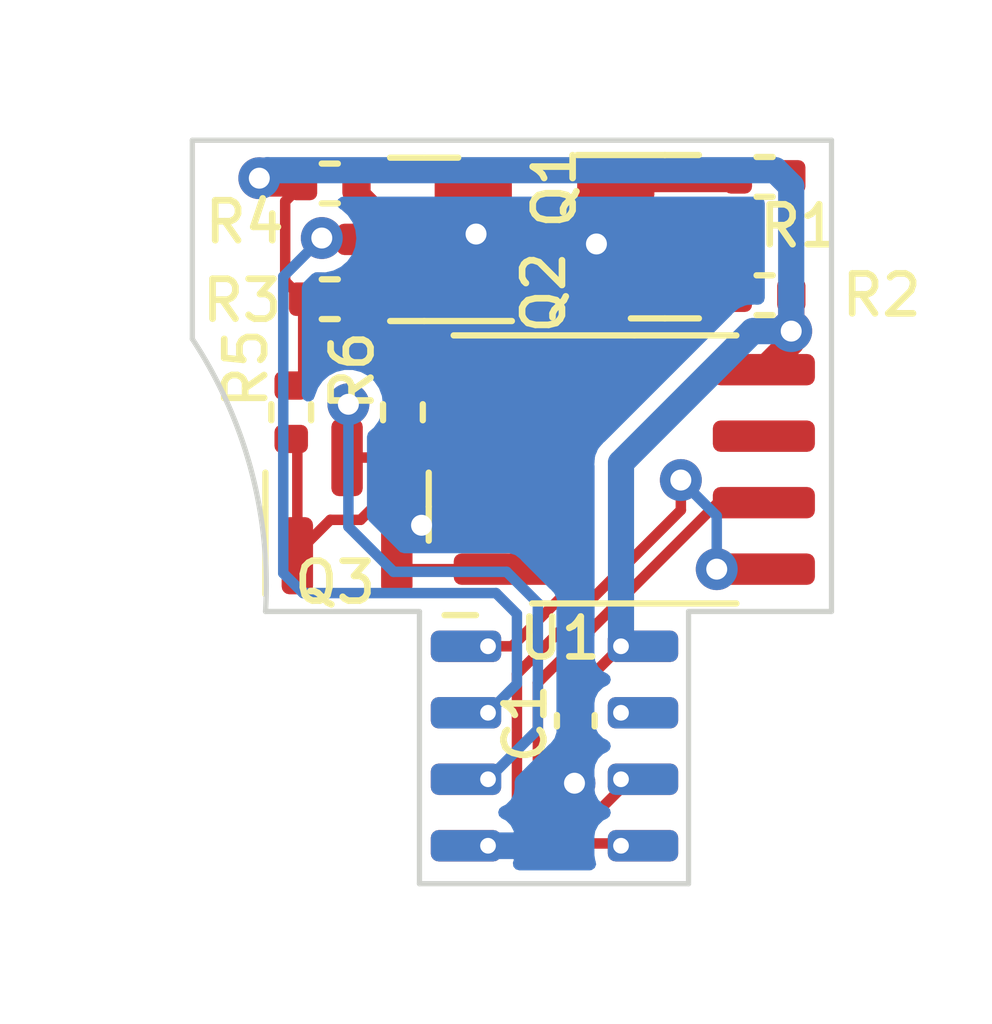
<source format=kicad_pcb>
(kicad_pcb (version 20210623) (generator pcbnew)
  (layers (0 "F.Cu" signal) (31 "B.Cu" signal) (34 "B.Paste" user) (35 "F.Paste" user) (36 "B.SilkS" user "B.Silkscreen") (37 "F.SilkS" user "F.Silkscreen") (38 "B.Mask" user) (39 "F.Mask" user) (44 "Edge.Cuts" user))
  (net 0 "")
  (net 1 "VCC")
  (net 2 "GND")
  (net 4 "OUTR")
  (net 5 "OUTG")
  (net 6 "OUTB")
  (net 7 "DO")
  (net 8 "DIN")
  (net 10 "/WS_OUTR")
  (net 11 "/WS_OUTG")
  (net 12 "/WS_OUTB")
  (footprint "Resistor_SMD:R_0402_1005Metric" (layer "F.Cu") (at 142.9766 93.4974)
    (fp_text reference "R4" (at -1.6256 0.7366) (layer "F.SilkS") (effects (font (size 0.762 0.762) (thickness 0.127))))
    (fp_text value "R")
    (fp_line (start -0.153641 0.38) (end 0.153641 0.38) (layer "F.SilkS") (width 0.12))
    (fp_line (start -0.153641 -0.38) (end 0.153641 -0.38) (layer "F.SilkS") (width 0.12))
    (pad "1" smd roundrect locked (at -0.51 0) (size 0.54 0.64) (layers "F.Cu" "F.Paste" "F.Mask") (net 1 "VCC"))
    (pad "2" smd roundrect locked (at 0.51 0) (size 0.54 0.64) (layers "F.Cu" "F.Paste" "F.Mask") (net 5 "OUTG"))
  )
  (footprint "Capacitor_SMD:C_0402_1005Metric" (layer "F.Cu") (at 147.6756 103.759 -90)
    (fp_text reference "C1" (at 0.0508 0.9652 90) (layer "F.SilkS") (effects (font (size 0.762 0.762) (thickness 0.127))))
    (fp_text value "100n")
    (fp_line (start -0.107836 -0.36) (end 0.107836 -0.36) (layer "F.SilkS") (width 0.12))
    (fp_line (start -0.107836 0.36) (end 0.107836 0.36) (layer "F.SilkS") (width 0.12))
    (pad "1" smd roundrect locked (at -0.48 0 270) (size 0.56 0.62) (layers "F.Cu" "F.Paste" "F.Mask") (net 1 "VCC"))
    (pad "2" smd roundrect locked (at 0.48 0 270) (size 0.56 0.62) (layers "F.Cu" "F.Paste" "F.Mask") (net 2 "GND"))
  )
  (footprint "Package_TO_SOT_SMD:SOT-23" (layer "F.Cu") (at 143.3068 99.6696 90)
    (fp_text reference "Q3" (at -1.4478 -0.2286 180) (layer "F.SilkS") (effects (font (size 0.762 0.762) (thickness 0.127))))
    (fp_text value "Q_NPN_BEC")
    (fp_line (start 0 1.56) (end -0.65 1.56) (layer "F.SilkS") (width 0.12))
    (fp_line (start 0 -1.56) (end -1.675 -1.56) (layer "F.SilkS") (width 0.12))
    (fp_line (start 0 -1.56) (end 0.65 -1.56) (layer "F.SilkS") (width 0.12))
    (fp_line (start 0 1.56) (end 0.65 1.56) (layer "F.SilkS") (width 0.12))
    (pad "1" smd roundrect locked (at -0.9375 -0.95 90) (size 1.475 0.6) (layers "F.Cu" "F.Paste" "F.Mask") (net 12 "/WS_OUTB"))
    (pad "2" smd roundrect locked (at -0.9375 0.95 90) (size 1.475 0.6) (layers "F.Cu" "F.Paste" "F.Mask") (net 2 "GND"))
    (pad "3" smd roundrect locked (at 0.9375 0 90) (size 1.475 0.6) (layers "F.Cu" "F.Paste" "F.Mask") (net 6 "OUTB"))
  )
  (footprint "Package_SO:SOIC-8_3.9x4.9mm_P1.27mm" (layer "F.Cu") (at 148.7932 98.9584)
    (fp_text reference "U1" (at -1.4224 3.2258) (layer "F.SilkS") (effects (font (size 0.762 0.762) (thickness 0.127))))
    (fp_text value "WS2811")
    (fp_line (start 0 2.56) (end -1.95 2.56) (layer "F.SilkS") (width 0.12))
    (fp_line (start 0 -2.56) (end -3.45 -2.56) (layer "F.SilkS") (width 0.12))
    (fp_line (start 0 -2.56) (end 1.95 -2.56) (layer "F.SilkS") (width 0.12))
    (fp_line (start 0 2.56) (end 1.95 2.56) (layer "F.SilkS") (width 0.12))
    (pad "1" smd roundrect locked (at -2.475 -1.905) (size 1.95 0.6) (layers "F.Cu" "F.Paste" "F.Mask") (net 10 "/WS_OUTR"))
    (pad "2" smd roundrect locked (at -2.475 -0.635) (size 1.95 0.6) (layers "F.Cu" "F.Paste" "F.Mask") (net 11 "/WS_OUTG"))
    (pad "3" smd roundrect locked (at -2.475 0.635) (size 1.95 0.6) (layers "F.Cu" "F.Paste" "F.Mask") (net 12 "/WS_OUTB"))
    (pad "4" smd roundrect locked (at -2.475 1.905) (size 1.95 0.6) (layers "F.Cu" "F.Paste" "F.Mask") (net 2 "GND"))
    (pad "5" smd roundrect locked (at 2.475 1.905) (size 1.95 0.6) (layers "F.Cu" "F.Paste" "F.Mask") (net 7 "DO"))
    (pad "6" smd roundrect locked (at 2.475 0.635) (size 1.95 0.6) (layers "F.Cu" "F.Paste" "F.Mask") (net 8 "DIN"))
    (pad "7" smd roundrect locked (at 2.475 -0.635) (size 1.95 0.6) (layers "F.Cu" "F.Paste" "F.Mask"))
    (pad "8" smd roundrect locked (at 2.475 -1.905) (size 1.95 0.6) (layers "F.Cu" "F.Paste" "F.Mask") (net 1 "VCC"))
  )
  (footprint "Package_TO_SOT_SMD:SOT-23" (layer "F.Cu") (at 149.3774 94.5134)
    (fp_text reference "Q1" (at -2.1082 -0.9398 270) (layer "F.SilkS") (effects (font (size 0.762 0.762) (thickness 0.127))))
    (fp_text value "Q_NPN_BEC")
    (fp_line (start 0 -1.56) (end 0.65 -1.56) (layer "F.SilkS") (width 0.12))
    (fp_line (start 0 -1.56) (end -1.675 -1.56) (layer "F.SilkS") (width 0.12))
    (fp_line (start 0 1.56) (end 0.65 1.56) (layer "F.SilkS") (width 0.12))
    (fp_line (start 0 1.56) (end -0.65 1.56) (layer "F.SilkS") (width 0.12))
    (pad "1" smd roundrect locked (at -0.9375 -0.95) (size 1.475 0.6) (layers "F.Cu" "F.Paste" "F.Mask") (net 10 "/WS_OUTR"))
    (pad "2" smd roundrect locked (at -0.9375 0.95) (size 1.475 0.6) (layers "F.Cu" "F.Paste" "F.Mask") (net 2 "GND"))
    (pad "3" smd roundrect locked (at 0.9375 0) (size 1.475 0.6) (layers "F.Cu" "F.Paste" "F.Mask") (net 4 "OUTR"))
  )
  (footprint "Resistor_SMD:R_0402_1005Metric" (layer "F.Cu") (at 151.2824 93.3704 180)
    (fp_text reference "R1" (at -0.6604 -0.9398) (layer "F.SilkS") (effects (font (size 0.762 0.762) (thickness 0.127))))
    (fp_text value "R")
    (fp_line (start -0.153641 0.38) (end 0.153641 0.38) (layer "F.SilkS") (width 0.12))
    (fp_line (start -0.153641 -0.38) (end 0.153641 -0.38) (layer "F.SilkS") (width 0.12))
    (pad "1" smd roundrect locked (at -0.51 0 180) (size 0.54 0.64) (layers "F.Cu" "F.Paste" "F.Mask") (net 1 "VCC"))
    (pad "2" smd roundrect locked (at 0.51 0 180) (size 0.54 0.64) (layers "F.Cu" "F.Paste" "F.Mask") (net 10 "/WS_OUTR"))
  )
  (footprint "Resistor_SMD:R_0402_1005Metric" (layer "F.Cu") (at 144.3736 97.8662 -90)
    (fp_text reference "R6" (at -0.7874 0.9652 90) (layer "F.SilkS") (effects (font (size 0.762 0.762) (thickness 0.127))))
    (fp_text value "R")
    (fp_line (start -0.153641 0.38) (end 0.153641 0.38) (layer "F.SilkS") (width 0.12))
    (fp_line (start -0.153641 -0.38) (end 0.153641 -0.38) (layer "F.SilkS") (width 0.12))
    (pad "1" smd roundrect locked (at -0.51 0 270) (size 0.54 0.64) (layers "F.Cu" "F.Paste" "F.Mask") (net 1 "VCC"))
    (pad "2" smd roundrect locked (at 0.51 0 270) (size 0.54 0.64) (layers "F.Cu" "F.Paste" "F.Mask") (net 6 "OUTB"))
  )
  (footprint "Resistor_SMD:R_0402_1005Metric" (layer "F.Cu") (at 142.24 97.8662 -90)
    (fp_text reference "R5" (at -0.8382 0.8636 -90) (layer "F.SilkS") (effects (font (size 0.762 0.762) (thickness 0.127))))
    (fp_text value "R")
    (fp_line (start -0.153641 0.38) (end 0.153641 0.38) (layer "F.SilkS") (width 0.12))
    (fp_line (start -0.153641 -0.38) (end 0.153641 -0.38) (layer "F.SilkS") (width 0.12))
    (pad "1" smd roundrect locked (at -0.51 0 270) (size 0.54 0.64) (layers "F.Cu" "F.Paste" "F.Mask") (net 1 "VCC"))
    (pad "2" smd roundrect locked (at 0.51 0 270) (size 0.54 0.64) (layers "F.Cu" "F.Paste" "F.Mask") (net 12 "/WS_OUTB"))
  )
  (footprint "LeoDJ-kicad_global:SOIC-8_Bodge_PCB-Connector" (layer "F.Cu") (at 147.2692 104.2416)
    (fp_text reference "J1" hide)
    (fp_text value "Bodge_Conn")
    (fp_line (start -1.5 -2.5) (end -2.1 -2.5) (layer "F.SilkS") (width 0.12))
    (pad "1" thru_hole roundrect locked (at -1.27 -1.905) (size 1.3462 0.6) (drill 0.3 (offset -0.42 0)) (layers *.Cu *.Mask) (net 4 "OUTR"))
    (pad "2" thru_hole roundrect locked (at -1.27 -0.635) (size 1.3462 0.6) (drill 0.3 (offset -0.42 0)) (layers *.Cu *.Mask) (net 5 "OUTG"))
    (pad "3" thru_hole roundrect locked (at -1.27 0.635) (size 1.3462 0.6) (drill 0.3 (offset -0.42 0)) (layers *.Cu *.Mask) (net 6 "OUTB"))
    (pad "4" thru_hole roundrect locked (at -1.27 1.905) (size 1.3462 0.6) (drill 0.3 (offset -0.42 0)) (layers *.Cu *.Mask) (net 2 "GND"))
    (pad "5" thru_hole roundrect locked (at 1.27 1.905 180) (size 1.3462 0.6) (drill 0.3 (offset -0.42 0)) (layers *.Cu *.Mask) (net 7 "DO"))
    (pad "6" thru_hole roundrect locked (at 1.27 0.635 180) (size 1.3462 0.6) (drill 0.3 (offset -0.42 0)) (layers *.Cu *.Mask) (net 8 "DIN"))
    (pad "7" thru_hole roundrect locked (at 1.27 -0.635 180) (size 1.3462 0.6) (drill 0.3 (offset -0.42 0)) (layers *.Cu *.Mask))
    (pad "8" thru_hole roundrect locked (at 1.27 -1.905 180) (size 1.3462 0.6) (drill 0.3 (offset -0.42 0)) (layers *.Cu *.Mask) (net 1 "VCC"))
  )
  (footprint "Package_TO_SOT_SMD:SOT-23" (layer "F.Cu") (at 144.78 94.5642 180)
    (fp_text reference "Q2" (at -2.286 -1.016 90) (layer "F.SilkS") (effects (font (size 0.762 0.762) (thickness 0.127))))
    (fp_text value "Q_NPN_BEC")
    (fp_line (start 0 1.56) (end 0.65 1.56) (layer "F.SilkS") (width 0.12))
    (fp_line (start 0 1.56) (end -0.65 1.56) (layer "F.SilkS") (width 0.12))
    (fp_line (start 0 -1.56) (end -1.675 -1.56) (layer "F.SilkS") (width 0.12))
    (fp_line (start 0 -1.56) (end 0.65 -1.56) (layer "F.SilkS") (width 0.12))
    (pad "1" smd roundrect locked (at -0.9375 -0.95 180) (size 1.475 0.6) (layers "F.Cu" "F.Paste" "F.Mask") (net 11 "/WS_OUTG"))
    (pad "2" smd roundrect locked (at -0.9375 0.95 180) (size 1.475 0.6) (layers "F.Cu" "F.Paste" "F.Mask") (net 2 "GND"))
    (pad "3" smd roundrect locked (at 0.9375 0 180) (size 1.475 0.6) (layers "F.Cu" "F.Paste" "F.Mask") (net 5 "OUTG"))
  )
  (footprint "Resistor_SMD:R_0402_1005Metric" (layer "F.Cu") (at 151.2824 95.631 180)
    (fp_text reference "R2" (at -2.2352 0) (layer "F.SilkS") (effects (font (size 0.762 0.762) (thickness 0.127))))
    (fp_text value "R")
    (fp_line (start -0.153641 0.38) (end 0.153641 0.38) (layer "F.SilkS") (width 0.12))
    (fp_line (start -0.153641 -0.38) (end 0.153641 -0.38) (layer "F.SilkS") (width 0.12))
    (pad "1" smd roundrect locked (at -0.51 0 180) (size 0.54 0.64) (layers "F.Cu" "F.Paste" "F.Mask") (net 1 "VCC"))
    (pad "2" smd roundrect locked (at 0.51 0 180) (size 0.54 0.64) (layers "F.Cu" "F.Paste" "F.Mask") (net 4 "OUTR"))
  )
  (footprint "Resistor_SMD:R_0402_1005Metric" (layer "F.Cu") (at 142.9766 95.7072)
    (fp_text reference "R3" (at -1.6764 0.0254) (layer "F.SilkS") (effects (font (size 0.762 0.762) (thickness 0.127))))
    (fp_text value "R")
    (fp_line (start -0.153641 -0.38) (end 0.153641 -0.38) (layer "F.SilkS") (width 0.12))
    (fp_line (start -0.153641 0.38) (end 0.153641 0.38) (layer "F.SilkS") (width 0.12))
    (pad "1" smd roundrect locked (at -0.51 0) (size 0.54 0.64) (layers "F.Cu" "F.Paste" "F.Mask") (net 1 "VCC"))
    (pad "2" smd roundrect locked (at 0.51 0) (size 0.54 0.64) (layers "F.Cu" "F.Paste" "F.Mask") (net 11 "/WS_OUTG"))
  )
  (gr_line (start 149.829488 106.871198) (end 144.689347 106.871198) (layer "Edge.Cuts") (width 0.1))
  (gr_line (start 140.350843 92.671202) (end 152.560359 92.671202) (layer "Edge.Cuts") (width 0.1))
  (gr_line (start 149.829488 101.671202) (end 149.829488 106.871198) (layer "Edge.Cuts") (width 0.1))
  (gr_line (start 144.689347 106.871198) (end 144.689347 101.671202) (layer "Edge.Cuts") (width 0.1))
  (gr_line (start 140.350843 96.466754) (end 140.350843 92.671202) (layer "Edge.Cuts") (width 0.1))
  (gr_line (start 152.560359 101.671202) (end 149.829488 101.671202) (layer "Edge.Cuts") (width 0.1))
  (gr_arc (start 133.204357 101.177202) (end 141.749328 101.671202) (angle -36.69867421) (layer "Edge.Cuts") (width 0.1))
  (gr_line (start 144.689347 101.671202) (end 141.749328 101.671202) (layer "Edge.Cuts") (width 0.1))
  (gr_line (start 152.560359 92.671202) (end 152.560359 101.671202) (layer "Edge.Cuts") (width 0.1))
  (segment (start 142.4686 95.7092) (end 142.4666 95.7072) (width 0.2) (layer "F.Cu") (net 1))
  (segment (start 143.9438 96.9264) (end 142.6698 96.9264) (width 0.2) (layer "F.Cu") (net 1))
  (segment (start 142.6698 96.9264) (end 142.24 97.3562) (width 0.2) (layer "F.Cu") (net 1))
  (segment (start 151.7904 96.5312) (end 151.7904 96.3168) (width 0.5) (layer "F.Cu") (net 1))
  (segment (start 147.6756 103.279) (end 147.6756 103.2002) (width 0.2) (layer "F.Cu") (net 1))
  (segment (start 151.7924 96.3148) (end 151.7904 96.3168) (width 0.5) (layer "F.Cu") (net 1))
  (segment (start 151.2682 97.0534) (end 151.7904 96.5312) (width 0.5) (layer "F.Cu") (net 1))
  (segment (start 144.3736 97.3562) (end 143.9438 96.9264) (width 0.2) (layer "F.Cu") (net 1))
  (segment (start 142.4686 97.1276) (end 142.4686 95.7092) (width 0.2) (layer "F.Cu") (net 1))
  (segment (start 142.124699 93.839301) (end 142.4666 93.4974) (width 0.2) (layer "F.Cu") (net 1))
  (segment (start 142.124699 95.365299) (end 142.124699 93.839301) (width 0.2) (layer "F.Cu") (net 1))
  (segment (start 151.7924 95.631) (end 151.7924 96.3148) (width 0.5) (layer "F.Cu") (net 1))
  (segment (start 142.24 97.3562) (end 142.4686 97.1276) (width 0.2) (layer "F.Cu") (net 1))
  (segment (start 151.7924 95.631) (end 151.7924 93.3704) (width 0.2) (layer "F.Cu") (net 1))
  (segment (start 142.4666 95.7072) (end 142.124699 95.365299) (width 0.2) (layer "F.Cu") (net 1))
  (segment (start 141.732 93.4974) (end 142.4666 93.4974) (width 0.5) (layer "F.Cu") (net 1))
  (segment (start 147.6756 103.2002) (end 148.5392 102.3366) (width 0.2) (layer "F.Cu") (net 1))
  (segment (start 141.6304 93.3958) (end 141.732 93.4974) (width 0.5) (layer "F.Cu") (net 1))
  (via (at 151.7904 96.3168) (size 0.8) (drill 0.4) (layers "F.Cu" "B.Cu") (net 1))
  (via (at 141.6304 93.3958) (size 0.8) (drill 0.4) (layers "F.Cu" "B.Cu") (net 1))
  (segment (start 151.7904 93.5482) (end 151.7904 96.3168) (width 0.5) (layer "B.Cu") (net 1))
  (segment (start 141.7828 93.2434) (end 151.4856 93.2434) (width 0.5) (layer "B.Cu") (net 1))
  (segment (start 148.5392 98.8314) (end 151.0538 96.3168) (width 0.5) (layer "B.Cu") (net 1))
  (segment (start 141.6304 93.3958) (end 141.7828 93.2434) (width 0.5) (layer "B.Cu") (net 1))
  (segment (start 148.5392 102.3366) (end 148.5392 98.8314) (width 0.5) (layer "B.Cu") (net 1))
  (segment (start 151.0538 96.3168) (end 151.7904 96.3168) (width 0.5) (layer "B.Cu") (net 1))
  (segment (start 151.4856 93.2434) (end 151.7904 93.5482) (width 0.5) (layer "B.Cu") (net 1))
  (segment (start 148.4399 95.4634) (end 148.069978 95.093478) (width 0.2) (layer "F.Cu") (net 2))
  (segment (start 145.7175 93.6142) (end 145.7175 94.4095) (width 0.2) (layer "F.Cu") (net 2))
  (segment (start 148.069978 95.093478) (end 148.069978 94.652422) (width 0.2) (layer "F.Cu") (net 2))
  (segment (start 144.2568 100.6071) (end 144.7292 100.1347) (width 0.2) (layer "F.Cu") (net 2))
  (segment (start 146.3182 100.8634) (end 144.5131 100.8634) (width 0.2) (layer "F.Cu") (net 2))
  (segment (start 145.7175 94.4095) (end 145.7706 94.4626) (width 0.2) (layer "F.Cu") (net 2))
  (segment (start 147.6756 104.9274) (end 147.65083 104.95217) (width 0.2) (layer "F.Cu") (net 2))
  (segment (start 147.6756 104.239) (end 147.6756 104.9274) (width 0.2) (layer "F.Cu") (net 2))
  (segment (start 144.5131 100.8634) (end 144.2568 100.6071) (width 0.2) (layer "F.Cu") (net 2))
  (segment (start 144.7292 100.1347) (end 144.7292 100.0252) (width 0.2) (layer "F.Cu") (net 2))
  (via (at 144.7292 100.0252) (size 0.8) (drill 0.4) (layers "F.Cu" "B.Cu") (net 2))
  (via (at 148.069978 94.652422) (size 0.8) (drill 0.4) (layers "F.Cu" "B.Cu") (net 2))
  (via (at 147.65083 104.95217) (size 0.8) (drill 0.4) (layers "F.Cu" "B.Cu") (net 2))
  (via (at 145.7706 94.4626) (size 0.8) (drill 0.4) (layers "F.Cu" "B.Cu") (net 2))
  (segment (start 146.459872 102.3366) (end 147.7264 101.070072) (width 0.2) (layer "F.Cu") (net 4))
  (segment (start 147.7264 98.677) (end 150.7724 95.631) (width 0.2) (layer "F.Cu") (net 4))
  (segment (start 145.9992 102.3366) (end 146.459872 102.3366) (width 0.2) (layer "F.Cu") (net 4))
  (segment (start 150.3149 94.5134) (end 150.3149 95.1735) (width 0.2) (layer "F.Cu") (net 4))
  (segment (start 147.7264 101.070072) (end 147.7264 98.677) (width 0.2) (layer "F.Cu") (net 4))
  (segment (start 150.3149 95.1735) (end 150.7724 95.631) (width 0.2) (layer "F.Cu") (net 4))
  (segment (start 142.8496 94.5642) (end 142.8242 94.5388) (width 0.2) (layer "F.Cu") (net 5))
  (segment (start 143.8425 94.5642) (end 142.8496 94.5642) (width 0.2) (layer "F.Cu") (net 5))
  (segment (start 143.8425 94.5642) (end 143.8425 93.8533) (width 0.2) (layer "F.Cu") (net 5))
  (segment (start 143.8425 93.8533) (end 143.4866 93.4974) (width 0.2) (layer "F.Cu") (net 5))
  (via (at 142.8242 94.5388) (size 0.8) (drill 0.4) (layers "F.Cu" "B.Cu") (net 5))
  (segment (start 146.55182 101.72082) (end 146.1516 101.3206) (width 0.2) (layer "B.Cu") (net 5))
  (segment (start 145.9992 103.6066) (end 146.55182 103.05398) (width 0.2) (layer "B.Cu") (net 5))
  (segment (start 146.55182 103.05398) (end 146.55182 101.72082) (width 0.2) (layer "B.Cu") (net 5))
  (segment (start 142.0876 100.9396) (end 142.0876 95.2754) (width 0.2) (layer "B.Cu") (net 5))
  (segment (start 146.1516 101.3206) (end 142.4686 101.3206) (width 0.2) (layer "B.Cu") (net 5))
  (segment (start 142.0876 95.2754) (end 142.8242 94.5388) (width 0.2) (layer "B.Cu") (net 5))
  (segment (start 142.4686 101.3206) (end 142.0876 100.9396) (width 0.2) (layer "B.Cu") (net 5))
  (segment (start 144.0177 98.7321) (end 144.3736 98.3762) (width 0.2) (layer "F.Cu") (net 6))
  (segment (start 143.3068 98.7321) (end 144.0177 98.7321) (width 0.2) (layer "F.Cu") (net 6))
  (segment (start 143.3068 98.7321) (end 143.3068 97.7392) (width 0.2) (layer "F.Cu") (net 6))
  (segment (start 143.3068 97.7392) (end 143.3322 97.7138) (width 0.2) (layer "F.Cu") (net 6))
  (via (at 143.3322 97.7138) (size 0.8) (drill 0.4) (layers "F.Cu" "B.Cu") (net 6))
  (segment (start 146.3548 100.9142) (end 144.1958 100.9142) (width 0.2) (layer "B.Cu") (net 6))
  (segment (start 144.1958 100.9142) (end 143.3322 100.0506) (width 0.2) (layer "B.Cu") (net 6))
  (segment (start 143.3322 100.0506) (end 143.3322 97.7138) (width 0.2) (layer "B.Cu") (net 6))
  (segment (start 146.951331 101.536869) (end 146.9644 101.5238) (width 0.2) (layer "B.Cu") (net 6))
  (segment (start 145.9992 104.8766) (end 146.951331 103.924469) (width 0.2) (layer "B.Cu") (net 6))
  (segment (start 146.9644 101.5238) (end 146.3548 100.9142) (width 0.2) (layer "B.Cu") (net 6))
  (segment (start 146.951331 103.924469) (end 146.951331 101.536869) (width 0.2) (layer "B.Cu") (net 6))
  (segment (start 148.495211 106.102611) (end 147.144172 106.102611) (width 0.2) (layer "F.Cu") (net 7))
  (segment (start 146.55182 102.866014) (end 149.6822 99.735635) (width 0.2) (layer "F.Cu") (net 7))
  (segment (start 149.6822 99.735635) (end 149.6822 99.1616) (width 0.2) (layer "F.Cu") (net 7))
  (segment (start 150.368 100.8634) (end 151.2682 100.8634) (width 0.2) (layer "F.Cu") (net 7))
  (segment (start 147.144172 106.102611) (end 146.55182 105.510259) (width 0.2) (layer "F.Cu") (net 7))
  (segment (start 146.55182 105.510259) (end 146.55182 102.866014) (width 0.2) (layer "F.Cu") (net 7))
  (segment (start 148.5392 106.1466) (end 148.495211 106.102611) (width 0.2) (layer "F.Cu") (net 7))
  (via (at 150.368 100.8634) (size 0.8) (drill 0.4) (layers "F.Cu" "B.Cu") (net 7))
  (via (at 149.6822 99.1616) (size 0.8) (drill 0.4) (layers "F.Cu" "B.Cu") (net 7))
  (segment (start 150.368 99.8474) (end 149.6822 99.1616) (width 0.2) (layer "B.Cu") (net 7))
  (segment (start 150.368 100.8634) (end 150.368 99.8474) (width 0.2) (layer "B.Cu") (net 7))
  (segment (start 147.889144 105.703101) (end 147.309656 105.703101) (width 0.2) (layer "F.Cu") (net 8))
  (segment (start 148.5392 105.053045) (end 147.889144 105.703101) (width 0.2) (layer "F.Cu") (net 8))
  (segment (start 147.309656 105.703101) (end 146.95133 105.344775) (width 0.2) (layer "F.Cu") (net 8))
  (segment (start 146.95133 103.031498) (end 150.389428 99.5934) (width 0.2) (layer "F.Cu") (net 8))
  (segment (start 150.389428 99.5934) (end 151.2682 99.5934) (width 0.2) (layer "F.Cu") (net 8))
  (segment (start 146.95133 105.344775) (end 146.95133 103.031498) (width 0.2) (layer "F.Cu") (net 8))
  (segment (start 148.5392 104.8766) (end 148.5392 105.053045) (width 0.2) (layer "F.Cu") (net 8))
  (segment (start 148.4399 93.5634) (end 150.5794 93.5634) (width 0.2) (layer "F.Cu") (net 10))
  (segment (start 149.6822 95.8342) (end 149.6822 95.258072) (width 0.2) (layer "F.Cu") (net 10))
  (segment (start 148.463 97.0534) (end 149.6822 95.8342) (width 0.2) (layer "F.Cu") (net 10))
  (segment (start 149.6822 95.258072) (end 149.166128 94.742) (width 0.2) (layer "F.Cu") (net 10))
  (segment (start 150.5794 93.5634) (end 150.7724 93.3704) (width 0.2) (layer "F.Cu") (net 10))
  (segment (start 149.166128 94.742) (end 149.1488 94.742) (width 0.2) (layer "F.Cu") (net 10))
  (segment (start 146.3182 97.0534) (end 148.463 97.0534) (width 0.2) (layer "F.Cu") (net 10))
  (segment (start 149.1488 94.742) (end 149.1488 94.2723) (width 0.2) (layer "F.Cu") (net 10))
  (segment (start 149.1488 94.2723) (end 148.4399 93.5634) (width 0.2) (layer "F.Cu") (net 10))
  (segment (start 146.3182 98.3234) (end 145.3432 98.3234) (width 0.2) (layer "F.Cu") (net 11))
  (segment (start 145.7175 95.5142) (end 143.6796 95.5142) (width 0.2) (layer "F.Cu") (net 11))
  (segment (start 143.6796 95.5142) (end 143.4866 95.7072) (width 0.2) (layer "F.Cu") (net 11))
  (segment (start 145.0086 96.2231) (end 145.7175 95.5142) (width 0.2) (layer "F.Cu") (net 11))
  (segment (start 145.0086 97.9888) (end 145.0086 96.2231) (width 0.2) (layer "F.Cu") (net 11))
  (segment (start 145.3432 98.3234) (end 145.0086 97.9888) (width 0.2) (layer "F.Cu") (net 11))
  (segment (start 143.564929 99.921599) (end 142.986318 99.921599) (width 0.2) (layer "F.Cu") (net 12))
  (segment (start 144.193128 99.2934) (end 143.564929 99.921599) (width 0.2) (layer "F.Cu") (net 12))
  (segment (start 142.3568 100.551117) (end 142.3568 100.6071) (width 0.2) (layer "F.Cu") (net 12))
  (segment (start 146.0182 99.2934) (end 144.193128 99.2934) (width 0.2) (layer "F.Cu") (net 12))
  (segment (start 142.3568 98.493) (end 142.24 98.3762) (width 0.2) (layer "F.Cu") (net 12))
  (segment (start 142.986318 99.921599) (end 142.3568 100.551117) (width 0.2) (layer "F.Cu") (net 12))
  (segment (start 146.3182 99.5934) (end 146.0182 99.2934) (width 0.2) (layer "F.Cu") (net 12))
  (segment (start 142.3568 100.6071) (end 142.3568 98.493) (width 0.2) (layer "F.Cu") (net 12))
  (zone (net 2) (net_name "GND") (layer "B.Cu") (name "GND") (connect_pads (clearance 0.254)) (min_thickness 0.254) (fill yes (thermal_gap 0.254) (thermal_bridge_width 0.508))
    (polygon (pts (xy 155.6258 109.5502) (xy 136.6774 109.5502) (xy 136.6774 89.9922) (xy 155.6258 89.9922)))
  )
)
</source>
